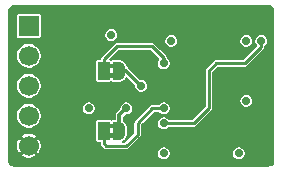
<source format=gbr>
G04 #@! TF.GenerationSoftware,KiCad,Pcbnew,9.0.2+dfsg-1*
G04 #@! TF.CreationDate,2025-06-12T17:09:33+08:00*
G04 #@! TF.ProjectId,i2c_led,6932635f-6c65-4642-9e6b-696361645f70,b*
G04 #@! TF.SameCoordinates,Original*
G04 #@! TF.FileFunction,Copper,L4,Bot*
G04 #@! TF.FilePolarity,Positive*
%FSLAX46Y46*%
G04 Gerber Fmt 4.6, Leading zero omitted, Abs format (unit mm)*
G04 Created by KiCad (PCBNEW 9.0.2+dfsg-1) date 2025-06-12 17:09:33*
%MOMM*%
%LPD*%
G01*
G04 APERTURE LIST*
G04 Aperture macros list*
%AMFreePoly0*
4,1,23,0.550000,-0.750000,0.000000,-0.750000,0.000000,-0.745722,-0.065263,-0.745722,-0.191342,-0.711940,-0.304381,-0.646677,-0.396677,-0.554381,-0.461940,-0.441342,-0.495722,-0.315263,-0.495722,-0.250000,-0.500000,-0.250000,-0.500000,0.250000,-0.495722,0.250000,-0.495722,0.315263,-0.461940,0.441342,-0.396677,0.554381,-0.304381,0.646677,-0.191342,0.711940,-0.065263,0.745722,0.000000,0.745722,
0.000000,0.750000,0.550000,0.750000,0.550000,-0.750000,0.550000,-0.750000,$1*%
%AMFreePoly1*
4,1,23,0.000000,0.745722,0.065263,0.745722,0.191342,0.711940,0.304381,0.646677,0.396677,0.554381,0.461940,0.441342,0.495722,0.315263,0.495722,0.250000,0.500000,0.250000,0.500000,-0.250000,0.495722,-0.250000,0.495722,-0.315263,0.461940,-0.441342,0.396677,-0.554381,0.304381,-0.646677,0.191342,-0.711940,0.065263,-0.745722,0.000000,-0.745722,0.000000,-0.750000,-0.550000,-0.750000,
-0.550000,0.750000,0.000000,0.750000,0.000000,0.745722,0.000000,0.745722,$1*%
G04 Aperture macros list end*
G04 #@! TA.AperFunction,EtchedComponent*
%ADD10C,0.000000*%
G04 #@! TD*
G04 #@! TA.AperFunction,ComponentPad*
%ADD11R,1.700000X1.700000*%
G04 #@! TD*
G04 #@! TA.AperFunction,ComponentPad*
%ADD12C,1.700000*%
G04 #@! TD*
G04 #@! TA.AperFunction,SMDPad,CuDef*
%ADD13FreePoly0,180.000000*%
G04 #@! TD*
G04 #@! TA.AperFunction,SMDPad,CuDef*
%ADD14R,1.000000X1.500000*%
G04 #@! TD*
G04 #@! TA.AperFunction,SMDPad,CuDef*
%ADD15FreePoly1,180.000000*%
G04 #@! TD*
G04 #@! TA.AperFunction,ViaPad*
%ADD16C,0.700000*%
G04 #@! TD*
G04 #@! TA.AperFunction,Conductor*
%ADD17C,0.304800*%
G04 #@! TD*
G04 #@! TA.AperFunction,Conductor*
%ADD18C,0.228600*%
G04 #@! TD*
G04 APERTURE END LIST*
D10*
G04 #@! TA.AperFunction,EtchedComponent*
G04 #@! TO.C,AD1*
G36*
X143140000Y-100130000D02*
G01*
X142640000Y-100130000D01*
X142640000Y-99730000D01*
X143140000Y-99730000D01*
X143140000Y-100130000D01*
G37*
G04 #@! TD.AperFunction*
G04 #@! TA.AperFunction,EtchedComponent*
G36*
X143140000Y-100930000D02*
G01*
X142640000Y-100930000D01*
X142640000Y-100530000D01*
X143140000Y-100530000D01*
X143140000Y-100930000D01*
G37*
G04 #@! TD.AperFunction*
G04 #@! TA.AperFunction,EtchedComponent*
G04 #@! TO.C,AD0*
G36*
X143140000Y-95050000D02*
G01*
X142640000Y-95050000D01*
X142640000Y-94650000D01*
X143140000Y-94650000D01*
X143140000Y-95050000D01*
G37*
G04 #@! TD.AperFunction*
G04 #@! TA.AperFunction,EtchedComponent*
G36*
X143140000Y-95850000D02*
G01*
X142640000Y-95850000D01*
X142640000Y-95450000D01*
X143140000Y-95450000D01*
X143140000Y-95850000D01*
G37*
G04 #@! TD.AperFunction*
G04 #@! TD*
D11*
G04 #@! TO.P,J1,1,Pin_1*
G04 #@! TO.N,VCC*
X135890000Y-91440000D03*
D12*
G04 #@! TO.P,J1,2,Pin_2*
G04 #@! TO.N,/SCL*
X135890000Y-93980000D03*
G04 #@! TO.P,J1,3,Pin_3*
G04 #@! TO.N,/SDA*
X135890000Y-96520000D03*
G04 #@! TO.P,J1,4,Pin_4*
G04 #@! TO.N,/RSTN*
X135890000Y-99060000D03*
G04 #@! TO.P,J1,5,Pin_5*
G04 #@! TO.N,GND*
X135890000Y-101600000D03*
G04 #@! TD*
D13*
G04 #@! TO.P,AD1,1,A*
G04 #@! TO.N,VCC*
X143540000Y-100330000D03*
D14*
G04 #@! TO.P,AD1,2,C*
G04 #@! TO.N,AD1*
X142240000Y-100330000D03*
D15*
G04 #@! TO.P,AD1,3,B*
G04 #@! TO.N,GND*
X140940000Y-100330000D03*
G04 #@! TD*
D13*
G04 #@! TO.P,AD0,1,A*
G04 #@! TO.N,VCC*
X143540000Y-95250000D03*
D14*
G04 #@! TO.P,AD0,2,C*
G04 #@! TO.N,AD0*
X142240000Y-95250000D03*
D15*
G04 #@! TO.P,AD0,3,B*
G04 #@! TO.N,GND*
X140940000Y-95250000D03*
G04 #@! TD*
D16*
G04 #@! TO.N,GND*
X151130000Y-101600000D03*
X149225000Y-96520000D03*
X145415000Y-97790000D03*
X139700000Y-90805000D03*
X151765000Y-90805000D03*
X142875000Y-90805000D03*
X139065000Y-102235000D03*
X153035000Y-95885000D03*
X155575000Y-98425000D03*
X146050000Y-100965000D03*
X146050000Y-90805000D03*
X139065000Y-98425000D03*
X139700000Y-93345000D03*
X146050000Y-92075000D03*
X152400000Y-100330000D03*
X154305000Y-99695000D03*
X145415000Y-94615000D03*
G04 #@! TO.N,VCC*
X145415000Y-96520000D03*
X140970000Y-98425000D03*
X154305000Y-92710000D03*
X147955000Y-92710000D03*
X154305000Y-97790000D03*
X153670000Y-102235000D03*
X142875000Y-92215000D03*
X144145000Y-98425000D03*
X147320000Y-102235000D03*
G04 #@! TO.N,Net-(D3-BK)*
X147320000Y-99695000D03*
X155575000Y-92710000D03*
G04 #@! TO.N,AD0*
X147320000Y-94615000D03*
G04 #@! TO.N,AD1*
X147320000Y-98425000D03*
G04 #@! TD*
D17*
G04 #@! TO.N,VCC*
X143540000Y-100330000D02*
X143540000Y-99030000D01*
X145415000Y-96520000D02*
X144145000Y-95250000D01*
X143540000Y-95250000D02*
X144145000Y-95250000D01*
X143540000Y-99030000D02*
X144145000Y-98425000D01*
D18*
G04 #@! TO.N,Net-(D3-BK)*
X149860000Y-99695000D02*
X147320000Y-99695000D01*
X151765000Y-94615000D02*
X151130000Y-95250000D01*
X151765000Y-94615000D02*
X154160000Y-94615000D01*
X151130000Y-95250000D02*
X151130000Y-98425000D01*
X155575000Y-93200000D02*
X154160000Y-94615000D01*
X155575000Y-92710000D02*
X155575000Y-93200000D01*
X151130000Y-98425000D02*
X149860000Y-99695000D01*
G04 #@! TO.N,AD0*
X142240000Y-95250000D02*
X142240000Y-94271400D01*
X142240000Y-94271400D02*
X143331400Y-93180000D01*
X147320000Y-94170000D02*
X146330000Y-93180000D01*
X147320000Y-94615000D02*
X147320000Y-94170000D01*
X143331400Y-93180000D02*
X146330000Y-93180000D01*
G04 #@! TO.N,AD1*
X144145000Y-101600000D02*
X142455200Y-101600000D01*
X145097500Y-99692500D02*
X145097500Y-100647500D01*
X145097500Y-100647500D02*
X144145000Y-101600000D01*
X147320000Y-98425000D02*
X146365000Y-98425000D01*
X146365000Y-98425000D02*
X145097500Y-99692500D01*
X142240000Y-101384800D02*
X142240000Y-100330000D01*
X142455200Y-101600000D02*
X142240000Y-101384800D01*
G04 #@! TD*
G04 #@! TA.AperFunction,Conductor*
G04 #@! TO.N,GND*
G36*
X156214884Y-89688543D02*
G01*
X156324964Y-89703035D01*
X156343920Y-89708114D01*
X156441907Y-89748702D01*
X156458902Y-89758514D01*
X156500973Y-89790796D01*
X156543041Y-89823077D01*
X156556922Y-89836958D01*
X156621483Y-89921094D01*
X156631299Y-89938095D01*
X156671884Y-90036076D01*
X156676965Y-90055038D01*
X156691457Y-90165114D01*
X156692100Y-90174930D01*
X156692100Y-102865069D01*
X156691457Y-102874884D01*
X156691457Y-102874885D01*
X156676965Y-102984961D01*
X156671884Y-103003923D01*
X156631299Y-103101904D01*
X156621483Y-103118905D01*
X156556922Y-103203041D01*
X156543041Y-103216922D01*
X156458905Y-103281483D01*
X156441904Y-103291299D01*
X156343923Y-103331884D01*
X156324961Y-103336965D01*
X156246437Y-103347302D01*
X156214883Y-103351457D01*
X156205069Y-103352100D01*
X134624931Y-103352100D01*
X134615116Y-103351457D01*
X134568046Y-103345260D01*
X134505038Y-103336965D01*
X134486076Y-103331884D01*
X134388095Y-103291299D01*
X134371094Y-103281483D01*
X134286958Y-103216922D01*
X134273077Y-103203041D01*
X134208516Y-103118905D01*
X134198702Y-103101907D01*
X134158114Y-103003920D01*
X134153035Y-102984964D01*
X134138543Y-102874884D01*
X134137900Y-102865069D01*
X134137900Y-101501270D01*
X134887600Y-101501270D01*
X134887600Y-101698729D01*
X134926121Y-101892385D01*
X134926122Y-101892388D01*
X135001684Y-102074812D01*
X135080982Y-102193491D01*
X135445086Y-101829386D01*
X135489901Y-101907007D01*
X135582993Y-102000099D01*
X135660611Y-102044912D01*
X135296507Y-102409016D01*
X135415187Y-102488315D01*
X135597611Y-102563877D01*
X135597614Y-102563878D01*
X135791270Y-102602400D01*
X135988730Y-102602400D01*
X136182385Y-102563878D01*
X136182388Y-102563877D01*
X136364816Y-102488313D01*
X136483490Y-102409017D01*
X136483491Y-102409016D01*
X136119387Y-102044912D01*
X136197007Y-102000099D01*
X136290099Y-101907007D01*
X136334912Y-101829387D01*
X136699016Y-102193491D01*
X136699017Y-102193490D01*
X136715520Y-102168792D01*
X146817100Y-102168792D01*
X146817100Y-102301208D01*
X146837662Y-102377950D01*
X146851371Y-102429114D01*
X146917578Y-102543786D01*
X146917582Y-102543792D01*
X147011207Y-102637417D01*
X147011210Y-102637419D01*
X147011212Y-102637421D01*
X147061775Y-102666613D01*
X147125885Y-102703628D01*
X147125887Y-102703628D01*
X147125888Y-102703629D01*
X147253792Y-102737900D01*
X147253794Y-102737900D01*
X147386206Y-102737900D01*
X147386208Y-102737900D01*
X147514112Y-102703629D01*
X147628788Y-102637421D01*
X147722421Y-102543788D01*
X147788629Y-102429112D01*
X147822900Y-102301208D01*
X147822900Y-102168792D01*
X153167100Y-102168792D01*
X153167100Y-102301208D01*
X153187662Y-102377950D01*
X153201371Y-102429114D01*
X153267578Y-102543786D01*
X153267582Y-102543792D01*
X153361207Y-102637417D01*
X153361210Y-102637419D01*
X153361212Y-102637421D01*
X153411775Y-102666613D01*
X153475885Y-102703628D01*
X153475887Y-102703628D01*
X153475888Y-102703629D01*
X153603792Y-102737900D01*
X153603794Y-102737900D01*
X153736206Y-102737900D01*
X153736208Y-102737900D01*
X153864112Y-102703629D01*
X153978788Y-102637421D01*
X154072421Y-102543788D01*
X154138629Y-102429112D01*
X154172900Y-102301208D01*
X154172900Y-102168792D01*
X154138629Y-102040888D01*
X154138628Y-102040887D01*
X154138628Y-102040885D01*
X154101613Y-101976775D01*
X154072421Y-101926212D01*
X154072419Y-101926210D01*
X154072417Y-101926207D01*
X153978792Y-101832582D01*
X153978786Y-101832578D01*
X153864114Y-101766371D01*
X153800160Y-101749235D01*
X153736208Y-101732100D01*
X153603792Y-101732100D01*
X153552630Y-101745808D01*
X153475885Y-101766371D01*
X153361213Y-101832578D01*
X153361207Y-101832582D01*
X153267582Y-101926207D01*
X153267578Y-101926213D01*
X153201371Y-102040885D01*
X153192281Y-102074812D01*
X153167100Y-102168792D01*
X147822900Y-102168792D01*
X147788629Y-102040888D01*
X147788628Y-102040887D01*
X147788628Y-102040885D01*
X147751613Y-101976775D01*
X147722421Y-101926212D01*
X147722419Y-101926210D01*
X147722417Y-101926207D01*
X147628792Y-101832582D01*
X147628786Y-101832578D01*
X147514114Y-101766371D01*
X147450160Y-101749235D01*
X147386208Y-101732100D01*
X147253792Y-101732100D01*
X147202630Y-101745808D01*
X147125885Y-101766371D01*
X147011213Y-101832578D01*
X147011207Y-101832582D01*
X146917582Y-101926207D01*
X146917578Y-101926213D01*
X146851371Y-102040885D01*
X146842281Y-102074812D01*
X146817100Y-102168792D01*
X136715520Y-102168792D01*
X136746730Y-102122084D01*
X136778313Y-102074816D01*
X136853877Y-101892388D01*
X136853878Y-101892385D01*
X136892400Y-101698729D01*
X136892400Y-101501270D01*
X136853878Y-101307614D01*
X136853877Y-101307611D01*
X136778315Y-101125187D01*
X136699016Y-101006507D01*
X136334912Y-101370611D01*
X136290099Y-101292993D01*
X136197007Y-101199901D01*
X136119387Y-101155087D01*
X136483491Y-100790982D01*
X136364812Y-100711684D01*
X136182388Y-100636122D01*
X136182385Y-100636121D01*
X135988730Y-100597600D01*
X135791270Y-100597600D01*
X135597614Y-100636121D01*
X135597611Y-100636122D01*
X135415184Y-100711685D01*
X135296507Y-100790981D01*
X135296507Y-100790982D01*
X135660612Y-101155087D01*
X135582993Y-101199901D01*
X135489901Y-101292993D01*
X135445087Y-101370612D01*
X135080982Y-101006507D01*
X135080981Y-101006507D01*
X135001685Y-101125184D01*
X134926122Y-101307611D01*
X134926121Y-101307614D01*
X134887600Y-101501270D01*
X134137900Y-101501270D01*
X134137900Y-98961222D01*
X134887100Y-98961222D01*
X134887100Y-99158777D01*
X134925641Y-99352537D01*
X134925642Y-99352538D01*
X135000174Y-99532475D01*
X135001241Y-99535051D01*
X135110996Y-99699312D01*
X135110997Y-99699313D01*
X135111000Y-99699317D01*
X135250682Y-99838999D01*
X135250685Y-99839001D01*
X135250688Y-99839004D01*
X135414949Y-99948759D01*
X135597461Y-100024357D01*
X135597462Y-100024358D01*
X135597463Y-100024358D01*
X135597465Y-100024359D01*
X135727218Y-100050168D01*
X135791222Y-100062900D01*
X135791223Y-100062900D01*
X135988778Y-100062900D01*
X136036889Y-100053329D01*
X136182535Y-100024359D01*
X136365051Y-99948759D01*
X136529312Y-99839004D01*
X136669004Y-99699312D01*
X136758787Y-99564942D01*
X141587100Y-99564942D01*
X141587100Y-101095055D01*
X141587101Y-101095057D01*
X141595972Y-101139659D01*
X141629764Y-101190232D01*
X141629765Y-101190232D01*
X141629766Y-101190234D01*
X141680342Y-101224028D01*
X141724943Y-101232900D01*
X141897600Y-101232899D01*
X141945937Y-101250492D01*
X141971657Y-101295040D01*
X141972800Y-101308099D01*
X141972800Y-101331651D01*
X141972800Y-101437949D01*
X142012658Y-101534174D01*
X142013480Y-101536159D01*
X142303840Y-101826519D01*
X142303841Y-101826519D01*
X142303843Y-101826521D01*
X142402051Y-101867200D01*
X142402052Y-101867200D01*
X144198147Y-101867200D01*
X144198149Y-101867200D01*
X144296357Y-101826521D01*
X145324021Y-100798857D01*
X145364700Y-100700649D01*
X145364700Y-100594351D01*
X145364700Y-99834326D01*
X145382293Y-99785988D01*
X145386726Y-99781152D01*
X145539086Y-99628792D01*
X146817100Y-99628792D01*
X146817100Y-99761208D01*
X146837662Y-99837950D01*
X146851371Y-99889114D01*
X146917578Y-100003786D01*
X146917582Y-100003792D01*
X147011207Y-100097417D01*
X147011210Y-100097419D01*
X147011212Y-100097421D01*
X147061775Y-100126613D01*
X147125885Y-100163628D01*
X147125887Y-100163628D01*
X147125888Y-100163629D01*
X147253792Y-100197900D01*
X147253794Y-100197900D01*
X147386206Y-100197900D01*
X147386208Y-100197900D01*
X147514112Y-100163629D01*
X147628788Y-100097421D01*
X147722421Y-100003788D01*
X147724723Y-99999801D01*
X147764128Y-99966736D01*
X147789849Y-99962200D01*
X149913147Y-99962200D01*
X149913149Y-99962200D01*
X150011357Y-99921521D01*
X151356521Y-98576357D01*
X151397200Y-98478149D01*
X151397200Y-98371851D01*
X151397200Y-97723792D01*
X153802100Y-97723792D01*
X153802100Y-97856208D01*
X153819755Y-97922100D01*
X153836371Y-97984114D01*
X153902578Y-98098786D01*
X153902582Y-98098792D01*
X153996207Y-98192417D01*
X153996210Y-98192419D01*
X153996212Y-98192421D01*
X154006707Y-98198480D01*
X154110885Y-98258628D01*
X154110887Y-98258628D01*
X154110888Y-98258629D01*
X154238792Y-98292900D01*
X154238794Y-98292900D01*
X154371206Y-98292900D01*
X154371208Y-98292900D01*
X154499112Y-98258629D01*
X154613788Y-98192421D01*
X154707421Y-98098788D01*
X154773629Y-97984112D01*
X154807900Y-97856208D01*
X154807900Y-97723792D01*
X154773629Y-97595888D01*
X154773628Y-97595887D01*
X154773628Y-97595885D01*
X154731489Y-97522900D01*
X154707421Y-97481212D01*
X154707419Y-97481210D01*
X154707417Y-97481207D01*
X154613792Y-97387582D01*
X154613786Y-97387578D01*
X154499114Y-97321371D01*
X154415635Y-97299004D01*
X154371208Y-97287100D01*
X154238792Y-97287100D01*
X154194365Y-97299004D01*
X154110885Y-97321371D01*
X153996213Y-97387578D01*
X153996207Y-97387582D01*
X153902582Y-97481207D01*
X153902578Y-97481213D01*
X153836371Y-97595885D01*
X153815808Y-97672630D01*
X153802100Y-97723792D01*
X151397200Y-97723792D01*
X151397200Y-95391826D01*
X151414793Y-95343488D01*
X151419226Y-95338652D01*
X151853652Y-94904226D01*
X151900272Y-94882486D01*
X151906826Y-94882200D01*
X154213147Y-94882200D01*
X154213149Y-94882200D01*
X154311357Y-94841521D01*
X155801521Y-93351357D01*
X155842200Y-93253149D01*
X155842200Y-93179848D01*
X155859793Y-93131510D01*
X155879804Y-93114721D01*
X155883788Y-93112421D01*
X155977421Y-93018788D01*
X156043629Y-92904112D01*
X156077900Y-92776208D01*
X156077900Y-92643792D01*
X156043629Y-92515888D01*
X156043628Y-92515887D01*
X156043628Y-92515885D01*
X155996367Y-92434028D01*
X155977421Y-92401212D01*
X155977419Y-92401210D01*
X155977417Y-92401207D01*
X155883792Y-92307582D01*
X155883786Y-92307578D01*
X155769114Y-92241371D01*
X155705160Y-92224235D01*
X155641208Y-92207100D01*
X155508792Y-92207100D01*
X155457630Y-92220808D01*
X155380885Y-92241371D01*
X155266213Y-92307578D01*
X155266207Y-92307582D01*
X155172582Y-92401207D01*
X155172578Y-92401213D01*
X155106371Y-92515885D01*
X155087668Y-92585689D01*
X155072100Y-92643792D01*
X155072100Y-92776208D01*
X155092662Y-92852950D01*
X155106371Y-92904114D01*
X155172578Y-93018786D01*
X155172582Y-93018792D01*
X155222281Y-93068491D01*
X155244021Y-93115111D01*
X155230707Y-93164798D01*
X155222281Y-93174839D01*
X154071348Y-94325774D01*
X154024728Y-94347514D01*
X154018174Y-94347800D01*
X151818149Y-94347800D01*
X151711851Y-94347800D01*
X151662589Y-94368205D01*
X151613640Y-94388480D01*
X151133363Y-94868759D01*
X150978643Y-95023479D01*
X150941061Y-95061061D01*
X150903479Y-95098642D01*
X150862800Y-95196852D01*
X150862800Y-98283174D01*
X150845207Y-98331512D01*
X150840774Y-98336348D01*
X149771348Y-99405774D01*
X149724728Y-99427514D01*
X149718174Y-99427800D01*
X147789849Y-99427800D01*
X147741511Y-99410207D01*
X147724723Y-99390199D01*
X147722420Y-99386210D01*
X147628792Y-99292582D01*
X147628786Y-99292578D01*
X147514114Y-99226371D01*
X147450160Y-99209235D01*
X147386208Y-99192100D01*
X147253792Y-99192100D01*
X147202630Y-99205808D01*
X147125885Y-99226371D01*
X147011213Y-99292578D01*
X147011207Y-99292582D01*
X146917582Y-99386207D01*
X146917578Y-99386213D01*
X146851371Y-99500885D01*
X146834208Y-99564942D01*
X146817100Y-99628792D01*
X145539086Y-99628792D01*
X146453652Y-98714226D01*
X146500272Y-98692486D01*
X146506826Y-98692200D01*
X146850151Y-98692200D01*
X146898489Y-98709793D01*
X146915277Y-98729801D01*
X146917579Y-98733789D01*
X147011207Y-98827417D01*
X147011210Y-98827419D01*
X147011212Y-98827421D01*
X147051186Y-98850500D01*
X147125885Y-98893628D01*
X147125887Y-98893628D01*
X147125888Y-98893629D01*
X147253792Y-98927900D01*
X147253794Y-98927900D01*
X147386206Y-98927900D01*
X147386208Y-98927900D01*
X147514112Y-98893629D01*
X147628788Y-98827421D01*
X147722421Y-98733788D01*
X147788629Y-98619112D01*
X147822900Y-98491208D01*
X147822900Y-98358792D01*
X147788629Y-98230888D01*
X147788628Y-98230887D01*
X147788628Y-98230885D01*
X147743813Y-98153264D01*
X147722421Y-98116212D01*
X147722419Y-98116210D01*
X147722417Y-98116207D01*
X147628792Y-98022582D01*
X147628786Y-98022578D01*
X147514114Y-97956371D01*
X147450160Y-97939235D01*
X147386208Y-97922100D01*
X147253792Y-97922100D01*
X147202630Y-97935808D01*
X147125885Y-97956371D01*
X147011213Y-98022578D01*
X147011207Y-98022582D01*
X146917579Y-98116210D01*
X146915277Y-98120199D01*
X146875872Y-98153264D01*
X146850151Y-98157800D01*
X146418149Y-98157800D01*
X146311851Y-98157800D01*
X146249919Y-98183452D01*
X146213640Y-98198480D01*
X145255663Y-99156459D01*
X144946143Y-99465979D01*
X144921792Y-99490330D01*
X144870979Y-99541142D01*
X144830300Y-99639352D01*
X144830300Y-100505674D01*
X144812707Y-100554012D01*
X144808274Y-100558848D01*
X144056348Y-101310774D01*
X144009728Y-101332514D01*
X144003174Y-101332800D01*
X143827553Y-101332800D01*
X143779215Y-101315207D01*
X143753495Y-101270658D01*
X143762428Y-101220000D01*
X143798776Y-101188124D01*
X143799908Y-101187654D01*
X143811943Y-101182670D01*
X143925957Y-101116844D01*
X143958659Y-101091751D01*
X144051751Y-100998659D01*
X144076844Y-100965957D01*
X144142670Y-100851943D01*
X144158444Y-100813861D01*
X144192519Y-100686694D01*
X144197900Y-100645826D01*
X144197900Y-100014174D01*
X144192519Y-99973306D01*
X144178642Y-99921519D01*
X144158446Y-99846146D01*
X144158440Y-99846129D01*
X144142670Y-99808058D01*
X144142670Y-99808057D01*
X144076844Y-99694043D01*
X144051751Y-99661341D01*
X144051749Y-99661339D01*
X144051743Y-99661332D01*
X143958667Y-99568256D01*
X143958653Y-99568244D01*
X143925957Y-99543155D01*
X143882899Y-99518295D01*
X143849835Y-99478890D01*
X143845300Y-99453171D01*
X143845300Y-99187607D01*
X143862893Y-99139269D01*
X143867326Y-99134433D01*
X144051833Y-98949926D01*
X144098453Y-98928186D01*
X144105007Y-98927900D01*
X144211206Y-98927900D01*
X144211208Y-98927900D01*
X144339112Y-98893629D01*
X144453788Y-98827421D01*
X144547421Y-98733788D01*
X144613629Y-98619112D01*
X144647900Y-98491208D01*
X144647900Y-98358792D01*
X144613629Y-98230888D01*
X144613628Y-98230887D01*
X144613628Y-98230885D01*
X144568813Y-98153264D01*
X144547421Y-98116212D01*
X144547419Y-98116210D01*
X144547417Y-98116207D01*
X144453792Y-98022582D01*
X144453786Y-98022578D01*
X144339114Y-97956371D01*
X144275160Y-97939235D01*
X144211208Y-97922100D01*
X144078792Y-97922100D01*
X144027630Y-97935808D01*
X143950885Y-97956371D01*
X143836213Y-98022578D01*
X143836207Y-98022582D01*
X143742582Y-98116207D01*
X143742578Y-98116213D01*
X143676371Y-98230885D01*
X143662945Y-98280996D01*
X143642100Y-98358792D01*
X143642100Y-98358794D01*
X143642100Y-98464991D01*
X143624507Y-98513329D01*
X143620075Y-98518165D01*
X143295700Y-98842540D01*
X143291106Y-98850499D01*
X143291105Y-98850500D01*
X143255506Y-98912157D01*
X143255506Y-98912159D01*
X143234700Y-98989807D01*
X143234700Y-98989809D01*
X143234700Y-99346900D01*
X143217107Y-99395238D01*
X143172558Y-99420958D01*
X143159500Y-99422100D01*
X142990000Y-99422100D01*
X142911050Y-99443255D01*
X142911049Y-99443255D01*
X142911048Y-99443256D01*
X142902477Y-99448205D01*
X142901222Y-99446031D01*
X142867807Y-99461608D01*
X142819484Y-99449219D01*
X142799661Y-99435973D01*
X142799656Y-99435971D01*
X142755057Y-99427100D01*
X141724944Y-99427100D01*
X141724942Y-99427101D01*
X141680340Y-99435972D01*
X141629767Y-99469764D01*
X141595972Y-99520342D01*
X141595971Y-99520343D01*
X141587100Y-99564942D01*
X136758787Y-99564942D01*
X136778759Y-99535051D01*
X136854359Y-99352535D01*
X136892900Y-99158777D01*
X136892900Y-98961223D01*
X136854359Y-98767465D01*
X136778759Y-98584949D01*
X136669004Y-98420688D01*
X136669001Y-98420685D01*
X136668999Y-98420682D01*
X136607109Y-98358792D01*
X140467100Y-98358792D01*
X140467100Y-98491208D01*
X140474323Y-98518165D01*
X140501371Y-98619114D01*
X140567578Y-98733786D01*
X140567582Y-98733792D01*
X140661207Y-98827417D01*
X140661210Y-98827419D01*
X140661212Y-98827421D01*
X140701186Y-98850500D01*
X140775885Y-98893628D01*
X140775887Y-98893628D01*
X140775888Y-98893629D01*
X140903792Y-98927900D01*
X140903794Y-98927900D01*
X141036206Y-98927900D01*
X141036208Y-98927900D01*
X141164112Y-98893629D01*
X141278788Y-98827421D01*
X141372421Y-98733788D01*
X141438629Y-98619112D01*
X141472900Y-98491208D01*
X141472900Y-98358792D01*
X141438629Y-98230888D01*
X141438628Y-98230887D01*
X141438628Y-98230885D01*
X141393813Y-98153264D01*
X141372421Y-98116212D01*
X141372419Y-98116210D01*
X141372417Y-98116207D01*
X141278792Y-98022582D01*
X141278786Y-98022578D01*
X141164114Y-97956371D01*
X141100160Y-97939235D01*
X141036208Y-97922100D01*
X140903792Y-97922100D01*
X140852630Y-97935808D01*
X140775885Y-97956371D01*
X140661213Y-98022578D01*
X140661207Y-98022582D01*
X140567582Y-98116207D01*
X140567578Y-98116213D01*
X140501371Y-98230885D01*
X140487945Y-98280996D01*
X140467100Y-98358792D01*
X136607109Y-98358792D01*
X136529317Y-98281000D01*
X136529313Y-98280997D01*
X136529312Y-98280996D01*
X136365051Y-98171241D01*
X136365049Y-98171240D01*
X136182538Y-98095642D01*
X136182537Y-98095641D01*
X135988778Y-98057100D01*
X135988777Y-98057100D01*
X135791223Y-98057100D01*
X135791222Y-98057100D01*
X135597462Y-98095641D01*
X135597461Y-98095642D01*
X135414950Y-98171240D01*
X135250682Y-98281000D01*
X135111000Y-98420682D01*
X135001240Y-98584950D01*
X134925642Y-98767461D01*
X134925641Y-98767462D01*
X134887100Y-98961222D01*
X134137900Y-98961222D01*
X134137900Y-96421222D01*
X134887100Y-96421222D01*
X134887100Y-96618777D01*
X134925641Y-96812537D01*
X134925642Y-96812538D01*
X134998581Y-96988629D01*
X135001241Y-96995051D01*
X135110996Y-97159312D01*
X135110997Y-97159313D01*
X135111000Y-97159317D01*
X135250682Y-97298999D01*
X135250685Y-97299001D01*
X135250688Y-97299004D01*
X135414949Y-97408759D01*
X135597461Y-97484357D01*
X135597462Y-97484358D01*
X135597463Y-97484358D01*
X135597465Y-97484359D01*
X135727218Y-97510168D01*
X135791222Y-97522900D01*
X135791223Y-97522900D01*
X135988778Y-97522900D01*
X136036889Y-97513329D01*
X136182535Y-97484359D01*
X136365051Y-97408759D01*
X136529312Y-97299004D01*
X136669004Y-97159312D01*
X136778759Y-96995051D01*
X136854359Y-96812535D01*
X136892900Y-96618777D01*
X136892900Y-96421223D01*
X136854359Y-96227465D01*
X136778759Y-96044949D01*
X136669004Y-95880688D01*
X136669001Y-95880685D01*
X136668999Y-95880682D01*
X136529317Y-95741000D01*
X136529313Y-95740997D01*
X136529312Y-95740996D01*
X136365051Y-95631241D01*
X136365049Y-95631240D01*
X136182538Y-95555642D01*
X136182537Y-95555641D01*
X135988778Y-95517100D01*
X135988777Y-95517100D01*
X135791223Y-95517100D01*
X135791222Y-95517100D01*
X135597462Y-95555641D01*
X135597461Y-95555642D01*
X135414950Y-95631240D01*
X135250682Y-95741000D01*
X135111000Y-95880682D01*
X135001240Y-96044950D01*
X134925642Y-96227461D01*
X134925641Y-96227462D01*
X134887100Y-96421222D01*
X134137900Y-96421222D01*
X134137900Y-93881222D01*
X134887100Y-93881222D01*
X134887100Y-94078777D01*
X134925641Y-94272537D01*
X134925642Y-94272538D01*
X135000174Y-94452475D01*
X135001241Y-94455051D01*
X135110996Y-94619312D01*
X135110997Y-94619313D01*
X135111000Y-94619317D01*
X135250682Y-94758999D01*
X135250685Y-94759001D01*
X135250688Y-94759004D01*
X135414949Y-94868759D01*
X135597461Y-94944357D01*
X135597462Y-94944358D01*
X135597463Y-94944358D01*
X135597465Y-94944359D01*
X135684232Y-94961618D01*
X135791222Y-94982900D01*
X135791223Y-94982900D01*
X135988778Y-94982900D01*
X136036889Y-94973329D01*
X136182535Y-94944359D01*
X136365051Y-94868759D01*
X136529312Y-94759004D01*
X136669004Y-94619312D01*
X136758787Y-94484942D01*
X141587100Y-94484942D01*
X141587100Y-96015055D01*
X141587101Y-96015057D01*
X141595972Y-96059659D01*
X141629764Y-96110232D01*
X141629765Y-96110232D01*
X141629766Y-96110234D01*
X141680342Y-96144028D01*
X141724943Y-96152900D01*
X142755056Y-96152899D01*
X142799658Y-96144028D01*
X142819483Y-96130780D01*
X142869449Y-96118554D01*
X142901298Y-96133831D01*
X142902475Y-96131794D01*
X142911048Y-96136743D01*
X142911050Y-96136745D01*
X142990000Y-96157900D01*
X142990003Y-96157900D01*
X143605828Y-96157900D01*
X143605830Y-96157899D01*
X143646694Y-96152519D01*
X143773861Y-96118444D01*
X143811943Y-96102670D01*
X143925957Y-96036844D01*
X143958659Y-96011751D01*
X144051751Y-95918659D01*
X144076844Y-95885957D01*
X144127532Y-95798161D01*
X144166936Y-95765098D01*
X144218375Y-95765098D01*
X144245830Y-95782589D01*
X144890074Y-96426833D01*
X144911814Y-96473453D01*
X144912100Y-96480007D01*
X144912100Y-96586208D01*
X144920827Y-96618777D01*
X144946371Y-96714114D01*
X145012578Y-96828786D01*
X145012582Y-96828792D01*
X145106207Y-96922417D01*
X145106210Y-96922419D01*
X145106212Y-96922421D01*
X145156775Y-96951613D01*
X145220885Y-96988628D01*
X145220887Y-96988628D01*
X145220888Y-96988629D01*
X145348792Y-97022900D01*
X145348794Y-97022900D01*
X145481206Y-97022900D01*
X145481208Y-97022900D01*
X145609112Y-96988629D01*
X145723788Y-96922421D01*
X145817421Y-96828788D01*
X145883629Y-96714112D01*
X145917900Y-96586208D01*
X145917900Y-96453792D01*
X145883629Y-96325888D01*
X145883628Y-96325887D01*
X145883628Y-96325885D01*
X145846613Y-96261775D01*
X145817421Y-96211212D01*
X145817419Y-96211210D01*
X145817417Y-96211207D01*
X145723792Y-96117582D01*
X145723786Y-96117578D01*
X145609114Y-96051371D01*
X145545160Y-96034235D01*
X145481208Y-96017100D01*
X145375007Y-96017100D01*
X145326669Y-95999507D01*
X145321833Y-95995074D01*
X144332459Y-95005699D01*
X144332457Y-95005697D01*
X144262846Y-94965508D01*
X144262833Y-94965503D01*
X144248334Y-94961618D01*
X144206197Y-94932113D01*
X144193241Y-94898796D01*
X144192519Y-94893306D01*
X144178642Y-94841519D01*
X144158446Y-94766146D01*
X144158440Y-94766129D01*
X144142670Y-94728058D01*
X144142670Y-94728057D01*
X144076844Y-94614043D01*
X144051751Y-94581341D01*
X144051749Y-94581339D01*
X144051743Y-94581332D01*
X143958667Y-94488256D01*
X143958653Y-94488244D01*
X143925959Y-94463157D01*
X143811941Y-94397329D01*
X143773870Y-94381559D01*
X143773853Y-94381553D01*
X143646709Y-94347484D01*
X143646685Y-94347479D01*
X143605832Y-94342100D01*
X143605826Y-94342100D01*
X142990000Y-94342100D01*
X142911050Y-94363255D01*
X142911049Y-94363255D01*
X142911048Y-94363256D01*
X142902477Y-94368205D01*
X142901222Y-94366031D01*
X142867807Y-94381608D01*
X142842821Y-94379596D01*
X142830256Y-94376417D01*
X142799658Y-94355972D01*
X142755057Y-94347100D01*
X142714363Y-94347100D01*
X142705283Y-94344803D01*
X142691290Y-94335295D01*
X142675387Y-94329507D01*
X142670619Y-94321249D01*
X142662736Y-94315893D01*
X142658128Y-94299613D01*
X142649667Y-94284958D01*
X142651322Y-94275568D01*
X142648727Y-94266397D01*
X142655661Y-94250964D01*
X142658600Y-94234300D01*
X142669577Y-94219994D01*
X142669810Y-94219477D01*
X142670071Y-94219350D01*
X142670551Y-94218726D01*
X143008055Y-93881223D01*
X143420052Y-93469226D01*
X143466672Y-93447486D01*
X143473226Y-93447200D01*
X146188174Y-93447200D01*
X146236512Y-93464793D01*
X146241348Y-93469226D01*
X146944781Y-94172659D01*
X146966521Y-94219279D01*
X146953207Y-94268966D01*
X146944783Y-94279006D01*
X146917580Y-94306210D01*
X146917578Y-94306213D01*
X146851371Y-94420885D01*
X146840045Y-94463157D01*
X146817100Y-94548792D01*
X146817100Y-94681208D01*
X146829653Y-94728057D01*
X146851371Y-94809114D01*
X146917578Y-94923786D01*
X146917582Y-94923792D01*
X147011207Y-95017417D01*
X147011210Y-95017419D01*
X147011212Y-95017421D01*
X147021707Y-95023480D01*
X147125885Y-95083628D01*
X147125887Y-95083628D01*
X147125888Y-95083629D01*
X147253792Y-95117900D01*
X147253794Y-95117900D01*
X147386206Y-95117900D01*
X147386208Y-95117900D01*
X147514112Y-95083629D01*
X147628788Y-95017421D01*
X147722421Y-94923788D01*
X147788629Y-94809112D01*
X147822900Y-94681208D01*
X147822900Y-94548792D01*
X147788629Y-94420888D01*
X147788628Y-94420887D01*
X147788628Y-94420885D01*
X147746249Y-94347484D01*
X147722421Y-94306212D01*
X147722419Y-94306210D01*
X147722417Y-94306207D01*
X147628786Y-94212576D01*
X147624795Y-94210272D01*
X147591733Y-94170865D01*
X147587200Y-94145150D01*
X147587200Y-94116852D01*
X147571429Y-94078777D01*
X147546521Y-94018643D01*
X147471357Y-93943479D01*
X146992671Y-93464793D01*
X146481359Y-92953480D01*
X146481357Y-92953479D01*
X146383149Y-92912800D01*
X143384549Y-92912800D01*
X143278251Y-92912800D01*
X143216319Y-92938452D01*
X143180040Y-92953480D01*
X142252300Y-93881222D01*
X142088643Y-94044879D01*
X142054745Y-94078777D01*
X142013479Y-94120042D01*
X142013479Y-94120043D01*
X141975150Y-94212579D01*
X141972800Y-94218252D01*
X141972800Y-94271900D01*
X141955207Y-94320238D01*
X141910658Y-94345958D01*
X141897600Y-94347100D01*
X141724944Y-94347100D01*
X141724942Y-94347101D01*
X141680340Y-94355972D01*
X141629767Y-94389764D01*
X141595972Y-94440342D01*
X141595971Y-94440343D01*
X141587100Y-94484942D01*
X136758787Y-94484942D01*
X136778759Y-94455051D01*
X136854359Y-94272535D01*
X136892900Y-94078777D01*
X136892900Y-93881223D01*
X136854359Y-93687465D01*
X136778759Y-93504949D01*
X136669004Y-93340688D01*
X136669001Y-93340685D01*
X136668999Y-93340682D01*
X136529317Y-93201000D01*
X136529313Y-93200997D01*
X136529312Y-93200996D01*
X136365051Y-93091241D01*
X136365049Y-93091240D01*
X136182538Y-93015642D01*
X136182537Y-93015641D01*
X135988778Y-92977100D01*
X135988777Y-92977100D01*
X135791223Y-92977100D01*
X135791222Y-92977100D01*
X135597462Y-93015641D01*
X135597461Y-93015642D01*
X135414950Y-93091240D01*
X135250682Y-93201000D01*
X135111000Y-93340682D01*
X135001240Y-93504950D01*
X134925642Y-93687461D01*
X134925641Y-93687462D01*
X134887100Y-93881222D01*
X134137900Y-93881222D01*
X134137900Y-90574942D01*
X134887100Y-90574942D01*
X134887100Y-92305055D01*
X134887101Y-92305057D01*
X134895972Y-92349659D01*
X134929764Y-92400232D01*
X134929765Y-92400232D01*
X134929766Y-92400234D01*
X134980342Y-92434028D01*
X135024943Y-92442900D01*
X136755056Y-92442899D01*
X136799658Y-92434028D01*
X136850234Y-92400234D01*
X136884028Y-92349658D01*
X136892900Y-92305057D01*
X136892900Y-92148792D01*
X142372100Y-92148792D01*
X142372100Y-92281208D01*
X142390441Y-92349658D01*
X142406371Y-92409114D01*
X142472578Y-92523786D01*
X142472582Y-92523792D01*
X142566207Y-92617417D01*
X142566210Y-92617419D01*
X142566212Y-92617421D01*
X142611888Y-92643792D01*
X142680885Y-92683628D01*
X142680887Y-92683628D01*
X142680888Y-92683629D01*
X142808792Y-92717900D01*
X142808794Y-92717900D01*
X142941206Y-92717900D01*
X142941208Y-92717900D01*
X143069112Y-92683629D01*
X143138112Y-92643792D01*
X147452100Y-92643792D01*
X147452100Y-92776208D01*
X147472662Y-92852950D01*
X147486371Y-92904114D01*
X147552578Y-93018786D01*
X147552582Y-93018792D01*
X147646207Y-93112417D01*
X147646210Y-93112419D01*
X147646212Y-93112421D01*
X147687799Y-93136431D01*
X147760885Y-93178628D01*
X147760887Y-93178628D01*
X147760888Y-93178629D01*
X147888792Y-93212900D01*
X147888794Y-93212900D01*
X148021206Y-93212900D01*
X148021208Y-93212900D01*
X148149112Y-93178629D01*
X148155677Y-93174839D01*
X148173068Y-93164798D01*
X148263788Y-93112421D01*
X148357421Y-93018788D01*
X148423629Y-92904112D01*
X148457900Y-92776208D01*
X148457900Y-92643792D01*
X153802100Y-92643792D01*
X153802100Y-92776208D01*
X153822662Y-92852950D01*
X153836371Y-92904114D01*
X153902578Y-93018786D01*
X153902582Y-93018792D01*
X153996207Y-93112417D01*
X153996210Y-93112419D01*
X153996212Y-93112421D01*
X154037799Y-93136431D01*
X154110885Y-93178628D01*
X154110887Y-93178628D01*
X154110888Y-93178629D01*
X154238792Y-93212900D01*
X154238794Y-93212900D01*
X154371206Y-93212900D01*
X154371208Y-93212900D01*
X154499112Y-93178629D01*
X154505677Y-93174839D01*
X154523068Y-93164798D01*
X154613788Y-93112421D01*
X154707421Y-93018788D01*
X154773629Y-92904112D01*
X154807900Y-92776208D01*
X154807900Y-92643792D01*
X154773629Y-92515888D01*
X154773628Y-92515887D01*
X154773628Y-92515885D01*
X154726367Y-92434028D01*
X154707421Y-92401212D01*
X154707419Y-92401210D01*
X154707417Y-92401207D01*
X154613792Y-92307582D01*
X154613786Y-92307578D01*
X154499114Y-92241371D01*
X154435160Y-92224235D01*
X154371208Y-92207100D01*
X154238792Y-92207100D01*
X154187630Y-92220808D01*
X154110885Y-92241371D01*
X153996213Y-92307578D01*
X153996207Y-92307582D01*
X153902582Y-92401207D01*
X153902578Y-92401213D01*
X153836371Y-92515885D01*
X153817668Y-92585689D01*
X153802100Y-92643792D01*
X148457900Y-92643792D01*
X148423629Y-92515888D01*
X148423628Y-92515887D01*
X148423628Y-92515885D01*
X148376367Y-92434028D01*
X148357421Y-92401212D01*
X148357419Y-92401210D01*
X148357417Y-92401207D01*
X148263792Y-92307582D01*
X148263786Y-92307578D01*
X148149114Y-92241371D01*
X148085160Y-92224235D01*
X148021208Y-92207100D01*
X147888792Y-92207100D01*
X147837630Y-92220808D01*
X147760885Y-92241371D01*
X147646213Y-92307578D01*
X147646207Y-92307582D01*
X147552582Y-92401207D01*
X147552578Y-92401213D01*
X147486371Y-92515885D01*
X147467668Y-92585689D01*
X147452100Y-92643792D01*
X143138112Y-92643792D01*
X143183788Y-92617421D01*
X143183792Y-92617417D01*
X143215521Y-92585689D01*
X143277417Y-92523792D01*
X143277421Y-92523788D01*
X143343629Y-92409112D01*
X143377900Y-92281208D01*
X143377900Y-92148792D01*
X143343629Y-92020888D01*
X143343628Y-92020887D01*
X143343628Y-92020885D01*
X143306613Y-91956775D01*
X143277421Y-91906212D01*
X143277419Y-91906210D01*
X143277417Y-91906207D01*
X143183792Y-91812582D01*
X143183786Y-91812578D01*
X143069114Y-91746371D01*
X143005160Y-91729235D01*
X142941208Y-91712100D01*
X142808792Y-91712100D01*
X142757630Y-91725808D01*
X142680885Y-91746371D01*
X142566213Y-91812578D01*
X142566207Y-91812582D01*
X142472582Y-91906207D01*
X142472578Y-91906213D01*
X142406371Y-92020885D01*
X142385808Y-92097630D01*
X142372100Y-92148792D01*
X136892900Y-92148792D01*
X136892899Y-90574944D01*
X136884028Y-90530342D01*
X136850234Y-90479766D01*
X136799658Y-90445972D01*
X136799656Y-90445971D01*
X136755057Y-90437100D01*
X135024944Y-90437100D01*
X135024942Y-90437101D01*
X134980340Y-90445972D01*
X134929767Y-90479764D01*
X134895972Y-90530342D01*
X134895971Y-90530343D01*
X134887100Y-90574942D01*
X134137900Y-90574942D01*
X134137900Y-90174930D01*
X134138543Y-90165115D01*
X134148116Y-90092399D01*
X134153035Y-90055033D01*
X134158113Y-90036081D01*
X134198703Y-89938088D01*
X134208512Y-89921100D01*
X134273078Y-89836956D01*
X134286958Y-89823077D01*
X134371100Y-89758512D01*
X134388088Y-89748703D01*
X134486081Y-89708113D01*
X134505033Y-89703035D01*
X134615116Y-89688543D01*
X134624931Y-89687900D01*
X134654898Y-89687900D01*
X156175102Y-89687900D01*
X156205069Y-89687900D01*
X156214884Y-89688543D01*
G37*
G04 #@! TD.AperFunction*
G04 #@! TD*
M02*

</source>
